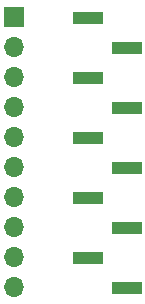
<source format=gbr>
%TF.GenerationSoftware,KiCad,Pcbnew,5.1.12-84ad8e8a86~92~ubuntu18.04.1*%
%TF.CreationDate,2021-11-26T14:22:32-05:00*%
%TF.ProjectId,test,74657374-2e6b-4696-9361-645f70636258,rev?*%
%TF.SameCoordinates,Original*%
%TF.FileFunction,Soldermask,Top*%
%TF.FilePolarity,Negative*%
%FSLAX46Y46*%
G04 Gerber Fmt 4.6, Leading zero omitted, Abs format (unit mm)*
G04 Created by KiCad (PCBNEW 5.1.12-84ad8e8a86~92~ubuntu18.04.1) date 2021-11-26 14:22:32*
%MOMM*%
%LPD*%
G01*
G04 APERTURE LIST*
%ADD10R,2.510000X1.000000*%
%ADD11R,1.700000X1.700000*%
%ADD12O,1.700000X1.700000*%
G04 APERTURE END LIST*
D10*
%TO.C,J1*%
X14994000Y-22733000D03*
X14994000Y-17653000D03*
X14994000Y-12573000D03*
X14994000Y-7493000D03*
X14994000Y-2413000D03*
X11684000Y-20193000D03*
X11684000Y-15113000D03*
X11684000Y-10033000D03*
X11684000Y-4953000D03*
X11684000Y127000D03*
%TD*%
D11*
%TO.C,J2*%
X5381001Y206999D03*
D12*
X5381001Y-2333001D03*
X5381001Y-4873001D03*
X5381001Y-7413001D03*
X5381001Y-9953001D03*
X5381001Y-12493001D03*
X5381001Y-15033001D03*
X5381001Y-17573001D03*
X5381001Y-20113001D03*
X5381001Y-22653001D03*
%TD*%
M02*

</source>
